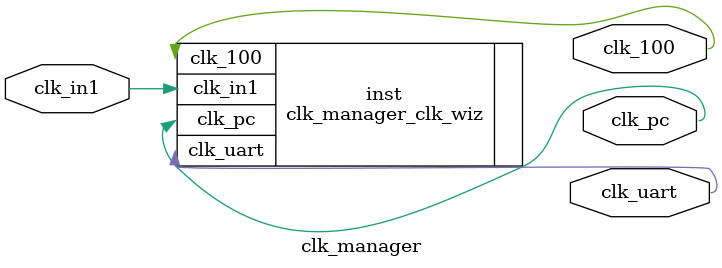
<source format=v>


`timescale 1ps/1ps

(* CORE_GENERATION_INFO = "clk_manager,clk_wiz_v6_0_1_0_0,{component_name=clk_manager,use_phase_alignment=true,use_min_o_jitter=false,use_max_i_jitter=false,use_dyn_phase_shift=false,use_inclk_switchover=false,use_dyn_reconfig=false,enable_axi=0,feedback_source=FDBK_AUTO,PRIMITIVE=MMCM,num_out_clk=3,clkin1_period=10.000,clkin2_period=10.000,use_power_down=false,use_reset=false,use_locked=false,use_inclk_stopped=false,feedback_type=SINGLE,CLOCK_MGR_TYPE=NA,manual_override=false}" *)

module clk_manager 
 (
  // Clock out ports
  output        clk_uart,
  output        clk_100,
  output        clk_pc,
 // Clock in ports
  input         clk_in1
 );

  clk_manager_clk_wiz inst
  (
  // Clock out ports  
  .clk_uart(clk_uart),
  .clk_100(clk_100),
  .clk_pc(clk_pc),
 // Clock in ports
  .clk_in1(clk_in1)
  );

endmodule

</source>
